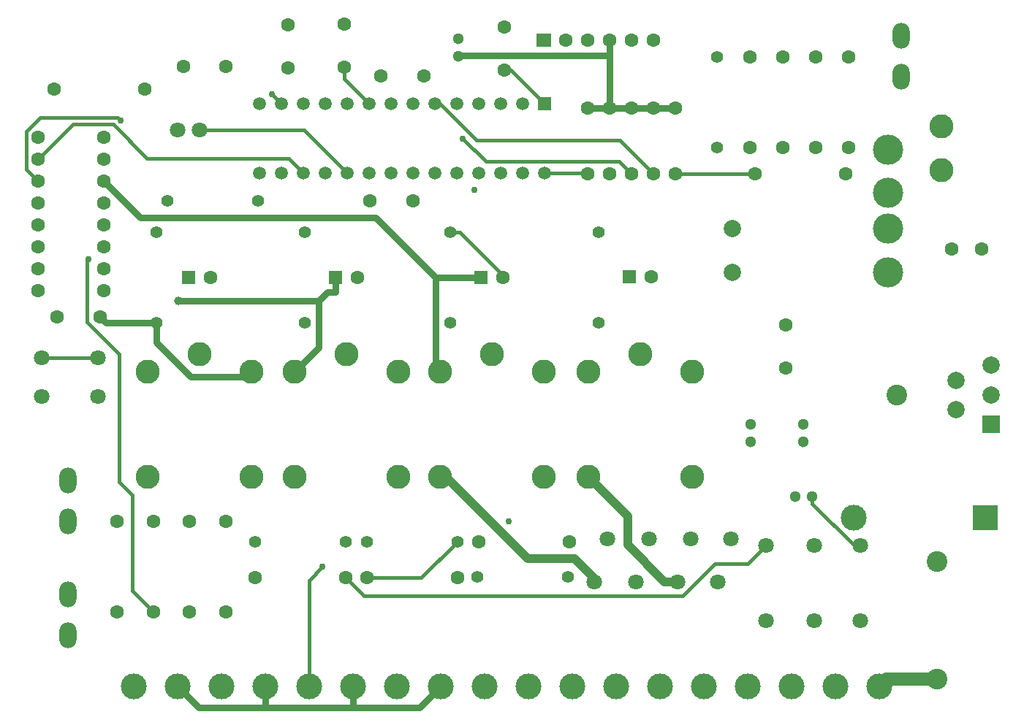
<source format=gtl>
G04 Layer: TopLayer*
G04 EasyEDA v6.5.39, 2024-02-11 14:55:05*
G04 31a22d7060634c1a9507d93259deef13,6aaf4e428e1e4843910fb14260956013,10*
G04 Gerber Generator version 0.2*
G04 Scale: 100 percent, Rotated: No, Reflected: No *
G04 Dimensions in millimeters *
G04 leading zeros omitted , absolute positions ,4 integer and 5 decimal *
%FSLAX45Y45*%
%MOMM*%

%AMMACRO1*21,1,$1,$2,0,0,$3*%
%ADD10C,0.7500*%
%ADD11C,0.4000*%
%ADD12C,1.0000*%
%ADD13C,1.5000*%
%ADD14C,1.6000*%
%ADD15C,1.3000*%
%ADD16C,2.0000*%
%ADD17C,3.0000*%
%ADD18C,2.8000*%
%ADD19C,2.7940*%
%ADD20C,1.8000*%
%ADD21C,2.4000*%
%ADD22R,3.0000X3.0000*%
%ADD23C,3.5000*%
%ADD24MACRO1,1.6X1.6X0.0000*%
%ADD25R,1.8000X1.6000*%
%ADD26C,1.4000*%
%ADD27O,1.9999959999999999X2.999994*%
%ADD28R,1.5000X1.5000*%
%ADD29R,2.0000X2.0000*%
%ADD30R,0.0163X2.0000*%

%LPD*%
D10*
X3140008Y4675619D02*
G01*
X3078261Y4613871D01*
X2442575Y4613871D01*
X2044710Y5011737D01*
X2044710Y5240820D01*
X3302010Y781799D02*
G01*
X2532923Y781799D01*
X2286010Y1028712D01*
X4318010Y781799D02*
G01*
X3302010Y781799D01*
X3302010Y781799D02*
G01*
X3302010Y1028712D01*
X5334010Y1028712D02*
G01*
X5087096Y781799D01*
X4318010Y781799D01*
X4318010Y781799D02*
G01*
X4318010Y1028712D01*
X7289810Y8342261D02*
G01*
X7289810Y8521712D01*
X7289810Y7734312D02*
G01*
X7289810Y8342261D01*
X7289810Y8342261D02*
G01*
X5546658Y8342261D01*
X5537210Y8332812D01*
X2044710Y5240820D02*
G01*
X1460814Y5240820D01*
X1393022Y5308612D01*
X7289810Y7734312D02*
G01*
X7543810Y7734312D01*
X7797810Y7734312D02*
G01*
X8051810Y7734312D01*
X7543810Y7734312D02*
G01*
X7797810Y7734312D01*
X7035810Y7734312D02*
G01*
X7289810Y7734312D01*
D11*
X4508510Y7778711D02*
G01*
X4216410Y8070811D01*
X4216410Y8208200D01*
X10198110Y2657513D02*
G01*
X10125034Y2657513D01*
X9637709Y3144837D01*
X9637709Y3225812D01*
X9105910Y2657513D02*
G01*
X8892753Y2444356D01*
X8509949Y2444356D01*
X8140862Y2075268D01*
X4444146Y2075268D01*
X4233402Y2286012D01*
X1366403Y4835105D02*
G01*
X716417Y4835105D01*
X6540510Y7778711D02*
G01*
X6149121Y8170100D01*
X6070610Y8170100D01*
X3492510Y7778711D02*
G01*
X3382223Y7888998D01*
X1253246Y5976937D02*
G01*
X1239885Y5963577D01*
X1239885Y5247474D01*
X1611284Y4876076D01*
X1611284Y3397135D01*
X1762592Y3245827D01*
X1762592Y2132037D01*
X2006610Y1888020D01*
X3965839Y2411641D02*
G01*
X3810010Y2255812D01*
X3810010Y1028712D01*
D12*
X7113203Y2239225D02*
G01*
X7113203Y2279459D01*
X6885899Y2506764D01*
X6343939Y2506764D01*
X5395097Y3455606D01*
X5330962Y3455606D01*
X7045462Y3455606D02*
G01*
X7504516Y2996552D01*
X7504516Y2664879D01*
X7930169Y2239225D01*
X8078403Y2239225D01*
D13*
X11087110Y1110703D02*
G01*
X10496001Y1110703D01*
X10414010Y1028712D01*
D10*
X4114810Y5765812D02*
G01*
X4114810Y5598248D01*
X3922659Y5498325D02*
G01*
X2298100Y5498325D01*
X4114810Y5598248D02*
G01*
X4022582Y5598248D01*
X3922659Y5498325D01*
X3922659Y5498325D02*
G01*
X3922659Y4956467D01*
X3641811Y4675619D01*
X5280314Y5765812D02*
G01*
X5803910Y5765812D01*
X1435110Y6883412D02*
G01*
X1856292Y6462229D01*
X4583897Y6462229D01*
X5280314Y5765812D01*
X5280314Y5765812D02*
G01*
X5280314Y4726216D01*
X5330911Y4675619D01*
D11*
X5448310Y6290805D02*
G01*
X5559231Y6290805D01*
X6057910Y5792127D01*
X6057910Y5765812D01*
X4254510Y6978713D02*
G01*
X3752910Y7480312D01*
X2540010Y7480312D01*
X6540510Y6978713D02*
G01*
X7029409Y6978713D01*
X7035810Y6972312D01*
X7543810Y6972312D02*
G01*
X7402230Y7113892D01*
X5857453Y7113892D01*
X5592632Y7378712D01*
X7797810Y6972312D02*
G01*
X7411171Y7358951D01*
X5750493Y7358951D01*
X5330733Y7778711D01*
X5270510Y7778711D01*
X8051810Y6972312D02*
G01*
X8974617Y6972312D01*
X5528802Y2705112D02*
G01*
X5109702Y2286012D01*
X4478792Y2286012D01*
X673110Y7137412D02*
G01*
X1077528Y7541831D01*
X1539377Y7541831D01*
X1934093Y7147115D01*
X3578108Y7147115D01*
X3746510Y6978713D01*
X673110Y6883412D02*
G01*
X532571Y7023950D01*
X532571Y7457528D01*
X697036Y7621993D01*
X1597289Y7621993D01*
X1630029Y7589253D01*
D14*
G01*
X893013Y5308600D03*
G01*
X1393012Y5308600D03*
G01*
X3568700Y8195513D03*
G01*
X3568700Y8695512D03*
G01*
X4216400Y8708186D03*
G01*
X4216400Y8208187D03*
D15*
G01*
X5537200Y8332800D03*
G01*
X5537200Y8532799D03*
G01*
X9637699Y3225800D03*
G01*
X9437700Y3225800D03*
G01*
X9537700Y3862400D03*
G01*
X9537700Y4062399D03*
G01*
X8928100Y3862400D03*
G01*
X8928100Y4062399D03*
D14*
G01*
X11254993Y6096000D03*
G01*
X11605006Y6096000D03*
G01*
X6070600Y8670086D03*
G01*
X6070600Y8170087D03*
G01*
X5139486Y8102600D03*
G01*
X4639487Y8102600D03*
G01*
X4512513Y6654800D03*
G01*
X5012512Y6654800D03*
D16*
G01*
X8712200Y5829300D03*
G01*
X8712200Y6337300D03*
D17*
G01*
X1778000Y1028700D03*
G01*
X2286000Y1028700D03*
G01*
X2794000Y1028700D03*
G01*
X3302000Y1028700D03*
G01*
X3810000Y1028700D03*
G01*
X4318000Y1028700D03*
G01*
X4826000Y1028700D03*
G01*
X5334000Y1028700D03*
G01*
X5842000Y1028700D03*
G01*
X6350000Y1028700D03*
G01*
X6858000Y1028700D03*
G01*
X7366000Y1028700D03*
G01*
X7874000Y1028700D03*
G01*
X8382000Y1028700D03*
G01*
X8890000Y1028700D03*
G01*
X9398000Y1028700D03*
G01*
X9906000Y1028700D03*
G01*
X10414000Y1028700D03*
D18*
G01*
X11137900Y7010400D03*
G01*
X11137900Y7518400D03*
D19*
G01*
X3641852Y3455593D03*
G01*
X4241800Y4875606D03*
G01*
X4841798Y4675606D03*
G01*
X3641801Y4675606D03*
G01*
X4841747Y3455593D03*
G01*
X1940052Y3455593D03*
G01*
X2540000Y4875606D03*
G01*
X3139998Y4675606D03*
G01*
X1940001Y4675606D03*
G01*
X3139947Y3455593D03*
G01*
X7045452Y3455593D03*
G01*
X7645400Y4875606D03*
G01*
X8245398Y4675606D03*
G01*
X7045401Y4675606D03*
G01*
X8245347Y3455593D03*
G01*
X5330952Y3455593D03*
G01*
X5930900Y4875606D03*
G01*
X6530898Y4675606D03*
G01*
X5330901Y4675606D03*
G01*
X6530847Y3455593D03*
D20*
G01*
X9105900Y1787499D03*
G01*
X9105900Y2657500D03*
G01*
X9664700Y1787499D03*
G01*
X9664700Y2657500D03*
G01*
X10198100Y1787499D03*
G01*
X10198100Y2657500D03*
D21*
G01*
X11087100Y1110691D03*
G01*
X11087100Y2470708D03*
D22*
G01*
X11645900Y2984500D03*
D17*
G01*
X10121900Y2984500D03*
D23*
G01*
X10515600Y7250506D03*
G01*
X10515600Y6750507D03*
G01*
X10515600Y6330518D03*
G01*
X10515600Y5830519D03*
D21*
G01*
X10617200Y4406900D03*
D24*
G01*
X4114800Y5765800D03*
D14*
G01*
X4368800Y5765800D03*
D24*
G01*
X7518400Y5778500D03*
D14*
G01*
X7772400Y5778500D03*
D24*
G01*
X5803900Y5765800D03*
D14*
G01*
X6057900Y5765800D03*
D24*
G01*
X2413000Y5765800D03*
D14*
G01*
X2667000Y5765800D03*
D20*
G01*
X2286000Y7480300D03*
G01*
X2540000Y7480300D03*
D14*
G01*
X7797800Y8521700D03*
G01*
X7543800Y8521700D03*
G01*
X7289800Y8521700D03*
G01*
X7035800Y8521700D03*
G01*
X6781800Y8521700D03*
D25*
G01*
X6527800Y8521700D03*
D14*
G01*
X859307Y7950200D03*
G01*
X1909318Y7950200D03*
G01*
X10058400Y7272807D03*
G01*
X10058400Y8322818D03*
G01*
X9677400Y7272807D03*
G01*
X9677400Y8322818D03*
G01*
X9296400Y7272807D03*
G01*
X9296400Y8322818D03*
G01*
X8915400Y7272807D03*
G01*
X8915400Y8322818D03*
G01*
X2844800Y1888007D03*
G01*
X2844800Y2938018D03*
G01*
X2425700Y1888007D03*
G01*
X2425700Y2938018D03*
G01*
X2006600Y1888007D03*
G01*
X2006600Y2938018D03*
G01*
X8974607Y6972300D03*
G01*
X10024618Y6972300D03*
G01*
X1587500Y1888007D03*
G01*
X1587500Y2938018D03*
D26*
G01*
X2167407Y6654800D03*
G01*
X3217392Y6654800D03*
G01*
X3759200Y5240807D03*
G01*
X3759200Y6290792D03*
G01*
X7162800Y5240807D03*
G01*
X7162800Y6290792D03*
G01*
X5448300Y5240807D03*
G01*
X5448300Y6290792D03*
G01*
X2044700Y5240807D03*
G01*
X2044700Y6290792D03*
D20*
G01*
X8548293Y2239213D03*
G01*
X8698306Y2739212D03*
G01*
X7113193Y2239213D03*
G01*
X7263206Y2739212D03*
G01*
X7595793Y2239213D03*
G01*
X7745806Y2739212D03*
G01*
X8078393Y2239213D03*
G01*
X8228406Y2739212D03*
D14*
G01*
X6824192Y2705100D03*
G01*
X5774181Y2705100D03*
G01*
X5528792Y2286000D03*
G01*
X4478781Y2286000D03*
G01*
X4233392Y2286000D03*
G01*
X3183381Y2286000D03*
D26*
G01*
X8534400Y7272807D03*
G01*
X8534400Y8322792D03*
G01*
X5761507Y2298700D03*
G01*
X6811492Y2298700D03*
G01*
X5528792Y2705100D03*
G01*
X4478807Y2705100D03*
G01*
X3183407Y2705100D03*
G01*
X4233392Y2705100D03*
D14*
G01*
X8051800Y7734300D03*
G01*
X8051800Y6972300D03*
G01*
X7797800Y7734300D03*
G01*
X7797800Y6972300D03*
G01*
X7543800Y7734300D03*
G01*
X7543800Y6972300D03*
G01*
X7035800Y7734300D03*
G01*
X7289800Y7734300D03*
G01*
X7289800Y6972300D03*
G01*
X7035800Y6972300D03*
D20*
G01*
X716406Y4835093D03*
G01*
X1366393Y4835093D03*
G01*
X716406Y4385106D03*
G01*
X1366393Y4385106D03*
D27*
G01*
X1016000Y3410000D03*
G01*
X1016000Y2939999D03*
G01*
X10668000Y8566200D03*
G01*
X10668000Y8096199D03*
G01*
X1016000Y2089200D03*
G01*
X1016000Y1619199D03*
D28*
G01*
X6540500Y7778699D03*
D13*
G01*
X6286500Y7778699D03*
G01*
X6032500Y7778699D03*
G01*
X5778500Y7778699D03*
G01*
X5524500Y7778699D03*
G01*
X5270500Y7778699D03*
G01*
X5016500Y7778699D03*
G01*
X4762500Y7778699D03*
G01*
X4508500Y7778699D03*
G01*
X4254500Y7778699D03*
G01*
X4000500Y7778699D03*
G01*
X3746500Y7778699D03*
G01*
X3492500Y7778699D03*
G01*
X3238500Y7778699D03*
G01*
X6540500Y6978700D03*
G01*
X6286500Y6978700D03*
G01*
X6032500Y6978700D03*
G01*
X5778500Y6978700D03*
G01*
X5524500Y6978700D03*
G01*
X5270500Y6978700D03*
G01*
X5016500Y6978700D03*
G01*
X4762500Y6978700D03*
G01*
X4508500Y6978700D03*
G01*
X4254500Y6978700D03*
G01*
X4000500Y6978700D03*
G01*
X3746500Y6978700D03*
G01*
X3492500Y6978700D03*
G01*
X3238500Y6978700D03*
D16*
G01*
X11708663Y4746904D03*
G01*
X11303736Y4576902D03*
G01*
X11708663Y4406900D03*
G01*
X11303736Y4236897D03*
D29*
G01*
X11708663Y4066895D03*
D14*
G01*
X673100Y7391400D03*
G01*
X673100Y7137400D03*
G01*
X673100Y6883400D03*
G01*
X673100Y6629400D03*
G01*
X673100Y6375400D03*
G01*
X673100Y6121400D03*
G01*
X673100Y5867400D03*
G01*
X673100Y5613400D03*
G01*
X1435100Y5613400D03*
G01*
X1435100Y5867400D03*
G01*
X1435100Y6121400D03*
G01*
X1435100Y6375400D03*
G01*
X1435100Y6629400D03*
G01*
X1435100Y6883400D03*
G01*
X1435100Y7137400D03*
G01*
X1435100Y7391400D03*
G01*
X2848508Y8216900D03*
G01*
X2358491Y8216900D03*
G01*
X9334525Y4715687D03*
G01*
X9334525Y5215686D03*
D10*
G01*
X1253236Y5976924D03*
G01*
X3382213Y7888986D03*
G01*
X3965829Y2411628D03*
D12*
G01*
X2298090Y5498312D03*
D10*
G01*
X5592622Y7378700D03*
G01*
X5723534Y6779666D03*
G01*
X6118809Y2937992D03*
G01*
X1630019Y7589240D03*
M02*

</source>
